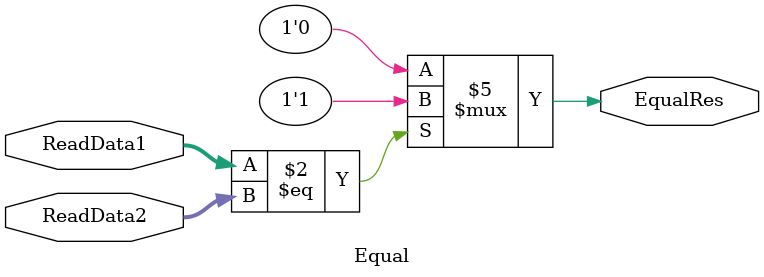
<source format=v>
`timescale 1ns / 1ps

module Equal(EqualRes,ReadData1, ReadData2);
    output EqualRes;
    input [31:0] ReadData1;
    input [31:0] ReadData2;
    
    reg EqualRes=1'b0;
    
    always @(*) begin
        if (ReadData1 == ReadData2) begin
            EqualRes = 1'b1;
        end
        else begin
            EqualRes = 1'b0;
        end
    end
endmodule

</source>
